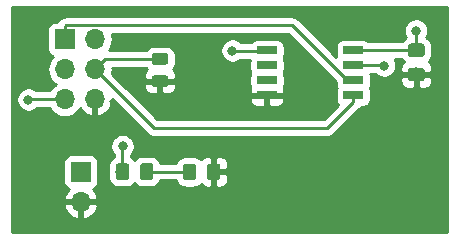
<source format=gbr>
G04 #@! TF.GenerationSoftware,KiCad,Pcbnew,(5.1.2)-1*
G04 #@! TF.CreationDate,2020-01-23T21:55:46-06:00*
G04 #@! TF.ProjectId,attiny-devboard,61747469-6e79-42d6-9465-76626f617264,rev?*
G04 #@! TF.SameCoordinates,Original*
G04 #@! TF.FileFunction,Copper,L1,Top*
G04 #@! TF.FilePolarity,Positive*
%FSLAX46Y46*%
G04 Gerber Fmt 4.6, Leading zero omitted, Abs format (unit mm)*
G04 Created by KiCad (PCBNEW (5.1.2)-1) date 2020-01-23 21:55:46*
%MOMM*%
%LPD*%
G04 APERTURE LIST*
%ADD10C,0.100000*%
%ADD11C,1.150000*%
%ADD12R,1.700000X0.650000*%
%ADD13R,1.700000X1.700000*%
%ADD14O,1.700000X1.700000*%
%ADD15C,0.975000*%
%ADD16C,0.800000*%
%ADD17C,0.250000*%
%ADD18C,0.254000*%
G04 APERTURE END LIST*
D10*
G36*
X144543305Y-82453504D02*
G01*
X144567573Y-82457104D01*
X144591372Y-82463065D01*
X144614471Y-82471330D01*
X144636650Y-82481820D01*
X144657693Y-82494432D01*
X144677399Y-82509047D01*
X144695577Y-82525523D01*
X144712053Y-82543701D01*
X144726668Y-82563407D01*
X144739280Y-82584450D01*
X144749770Y-82606629D01*
X144758035Y-82629728D01*
X144763996Y-82653527D01*
X144767596Y-82677795D01*
X144768800Y-82702299D01*
X144768800Y-83352301D01*
X144767596Y-83376805D01*
X144763996Y-83401073D01*
X144758035Y-83424872D01*
X144749770Y-83447971D01*
X144739280Y-83470150D01*
X144726668Y-83491193D01*
X144712053Y-83510899D01*
X144695577Y-83529077D01*
X144677399Y-83545553D01*
X144657693Y-83560168D01*
X144636650Y-83572780D01*
X144614471Y-83583270D01*
X144591372Y-83591535D01*
X144567573Y-83597496D01*
X144543305Y-83601096D01*
X144518801Y-83602300D01*
X143618799Y-83602300D01*
X143594295Y-83601096D01*
X143570027Y-83597496D01*
X143546228Y-83591535D01*
X143523129Y-83583270D01*
X143500950Y-83572780D01*
X143479907Y-83560168D01*
X143460201Y-83545553D01*
X143442023Y-83529077D01*
X143425547Y-83510899D01*
X143410932Y-83491193D01*
X143398320Y-83470150D01*
X143387830Y-83447971D01*
X143379565Y-83424872D01*
X143373604Y-83401073D01*
X143370004Y-83376805D01*
X143368800Y-83352301D01*
X143368800Y-82702299D01*
X143370004Y-82677795D01*
X143373604Y-82653527D01*
X143379565Y-82629728D01*
X143387830Y-82606629D01*
X143398320Y-82584450D01*
X143410932Y-82563407D01*
X143425547Y-82543701D01*
X143442023Y-82525523D01*
X143460201Y-82509047D01*
X143479907Y-82494432D01*
X143500950Y-82481820D01*
X143523129Y-82471330D01*
X143546228Y-82463065D01*
X143570027Y-82457104D01*
X143594295Y-82453504D01*
X143618799Y-82452300D01*
X144518801Y-82452300D01*
X144543305Y-82453504D01*
X144543305Y-82453504D01*
G37*
D11*
X144068800Y-83027300D03*
D10*
G36*
X144543305Y-84503504D02*
G01*
X144567573Y-84507104D01*
X144591372Y-84513065D01*
X144614471Y-84521330D01*
X144636650Y-84531820D01*
X144657693Y-84544432D01*
X144677399Y-84559047D01*
X144695577Y-84575523D01*
X144712053Y-84593701D01*
X144726668Y-84613407D01*
X144739280Y-84634450D01*
X144749770Y-84656629D01*
X144758035Y-84679728D01*
X144763996Y-84703527D01*
X144767596Y-84727795D01*
X144768800Y-84752299D01*
X144768800Y-85402301D01*
X144767596Y-85426805D01*
X144763996Y-85451073D01*
X144758035Y-85474872D01*
X144749770Y-85497971D01*
X144739280Y-85520150D01*
X144726668Y-85541193D01*
X144712053Y-85560899D01*
X144695577Y-85579077D01*
X144677399Y-85595553D01*
X144657693Y-85610168D01*
X144636650Y-85622780D01*
X144614471Y-85633270D01*
X144591372Y-85641535D01*
X144567573Y-85647496D01*
X144543305Y-85651096D01*
X144518801Y-85652300D01*
X143618799Y-85652300D01*
X143594295Y-85651096D01*
X143570027Y-85647496D01*
X143546228Y-85641535D01*
X143523129Y-85633270D01*
X143500950Y-85622780D01*
X143479907Y-85610168D01*
X143460201Y-85595553D01*
X143442023Y-85579077D01*
X143425547Y-85560899D01*
X143410932Y-85541193D01*
X143398320Y-85520150D01*
X143387830Y-85497971D01*
X143379565Y-85474872D01*
X143373604Y-85451073D01*
X143370004Y-85426805D01*
X143368800Y-85402301D01*
X143368800Y-84752299D01*
X143370004Y-84727795D01*
X143373604Y-84703527D01*
X143379565Y-84679728D01*
X143387830Y-84656629D01*
X143398320Y-84634450D01*
X143410932Y-84613407D01*
X143425547Y-84593701D01*
X143442023Y-84575523D01*
X143460201Y-84559047D01*
X143479907Y-84544432D01*
X143500950Y-84531820D01*
X143523129Y-84521330D01*
X143546228Y-84513065D01*
X143570027Y-84507104D01*
X143594295Y-84503504D01*
X143618799Y-84502300D01*
X144518801Y-84502300D01*
X144543305Y-84503504D01*
X144543305Y-84503504D01*
G37*
D11*
X144068800Y-85077300D03*
D10*
G36*
X127265905Y-92620804D02*
G01*
X127290173Y-92624404D01*
X127313972Y-92630365D01*
X127337071Y-92638630D01*
X127359250Y-92649120D01*
X127380293Y-92661732D01*
X127399999Y-92676347D01*
X127418177Y-92692823D01*
X127434653Y-92711001D01*
X127449268Y-92730707D01*
X127461880Y-92751750D01*
X127472370Y-92773929D01*
X127480635Y-92797028D01*
X127486596Y-92820827D01*
X127490196Y-92845095D01*
X127491400Y-92869599D01*
X127491400Y-93769601D01*
X127490196Y-93794105D01*
X127486596Y-93818373D01*
X127480635Y-93842172D01*
X127472370Y-93865271D01*
X127461880Y-93887450D01*
X127449268Y-93908493D01*
X127434653Y-93928199D01*
X127418177Y-93946377D01*
X127399999Y-93962853D01*
X127380293Y-93977468D01*
X127359250Y-93990080D01*
X127337071Y-94000570D01*
X127313972Y-94008835D01*
X127290173Y-94014796D01*
X127265905Y-94018396D01*
X127241401Y-94019600D01*
X126591399Y-94019600D01*
X126566895Y-94018396D01*
X126542627Y-94014796D01*
X126518828Y-94008835D01*
X126495729Y-94000570D01*
X126473550Y-93990080D01*
X126452507Y-93977468D01*
X126432801Y-93962853D01*
X126414623Y-93946377D01*
X126398147Y-93928199D01*
X126383532Y-93908493D01*
X126370920Y-93887450D01*
X126360430Y-93865271D01*
X126352165Y-93842172D01*
X126346204Y-93818373D01*
X126342604Y-93794105D01*
X126341400Y-93769601D01*
X126341400Y-92869599D01*
X126342604Y-92845095D01*
X126346204Y-92820827D01*
X126352165Y-92797028D01*
X126360430Y-92773929D01*
X126370920Y-92751750D01*
X126383532Y-92730707D01*
X126398147Y-92711001D01*
X126414623Y-92692823D01*
X126432801Y-92676347D01*
X126452507Y-92661732D01*
X126473550Y-92649120D01*
X126495729Y-92638630D01*
X126518828Y-92630365D01*
X126542627Y-92624404D01*
X126566895Y-92620804D01*
X126591399Y-92619600D01*
X127241401Y-92619600D01*
X127265905Y-92620804D01*
X127265905Y-92620804D01*
G37*
D11*
X126916400Y-93319600D03*
D10*
G36*
X125215905Y-92620804D02*
G01*
X125240173Y-92624404D01*
X125263972Y-92630365D01*
X125287071Y-92638630D01*
X125309250Y-92649120D01*
X125330293Y-92661732D01*
X125349999Y-92676347D01*
X125368177Y-92692823D01*
X125384653Y-92711001D01*
X125399268Y-92730707D01*
X125411880Y-92751750D01*
X125422370Y-92773929D01*
X125430635Y-92797028D01*
X125436596Y-92820827D01*
X125440196Y-92845095D01*
X125441400Y-92869599D01*
X125441400Y-93769601D01*
X125440196Y-93794105D01*
X125436596Y-93818373D01*
X125430635Y-93842172D01*
X125422370Y-93865271D01*
X125411880Y-93887450D01*
X125399268Y-93908493D01*
X125384653Y-93928199D01*
X125368177Y-93946377D01*
X125349999Y-93962853D01*
X125330293Y-93977468D01*
X125309250Y-93990080D01*
X125287071Y-94000570D01*
X125263972Y-94008835D01*
X125240173Y-94014796D01*
X125215905Y-94018396D01*
X125191401Y-94019600D01*
X124541399Y-94019600D01*
X124516895Y-94018396D01*
X124492627Y-94014796D01*
X124468828Y-94008835D01*
X124445729Y-94000570D01*
X124423550Y-93990080D01*
X124402507Y-93977468D01*
X124382801Y-93962853D01*
X124364623Y-93946377D01*
X124348147Y-93928199D01*
X124333532Y-93908493D01*
X124320920Y-93887450D01*
X124310430Y-93865271D01*
X124302165Y-93842172D01*
X124296204Y-93818373D01*
X124292604Y-93794105D01*
X124291400Y-93769601D01*
X124291400Y-92869599D01*
X124292604Y-92845095D01*
X124296204Y-92820827D01*
X124302165Y-92797028D01*
X124310430Y-92773929D01*
X124320920Y-92751750D01*
X124333532Y-92730707D01*
X124348147Y-92711001D01*
X124364623Y-92692823D01*
X124382801Y-92676347D01*
X124402507Y-92661732D01*
X124423550Y-92649120D01*
X124445729Y-92638630D01*
X124468828Y-92630365D01*
X124492627Y-92624404D01*
X124516895Y-92620804D01*
X124541399Y-92619600D01*
X125191401Y-92619600D01*
X125215905Y-92620804D01*
X125215905Y-92620804D01*
G37*
D11*
X124866400Y-93319600D03*
D10*
G36*
X121596405Y-92595404D02*
G01*
X121620673Y-92599004D01*
X121644472Y-92604965D01*
X121667571Y-92613230D01*
X121689750Y-92623720D01*
X121710793Y-92636332D01*
X121730499Y-92650947D01*
X121748677Y-92667423D01*
X121765153Y-92685601D01*
X121779768Y-92705307D01*
X121792380Y-92726350D01*
X121802870Y-92748529D01*
X121811135Y-92771628D01*
X121817096Y-92795427D01*
X121820696Y-92819695D01*
X121821900Y-92844199D01*
X121821900Y-93744201D01*
X121820696Y-93768705D01*
X121817096Y-93792973D01*
X121811135Y-93816772D01*
X121802870Y-93839871D01*
X121792380Y-93862050D01*
X121779768Y-93883093D01*
X121765153Y-93902799D01*
X121748677Y-93920977D01*
X121730499Y-93937453D01*
X121710793Y-93952068D01*
X121689750Y-93964680D01*
X121667571Y-93975170D01*
X121644472Y-93983435D01*
X121620673Y-93989396D01*
X121596405Y-93992996D01*
X121571901Y-93994200D01*
X120921899Y-93994200D01*
X120897395Y-93992996D01*
X120873127Y-93989396D01*
X120849328Y-93983435D01*
X120826229Y-93975170D01*
X120804050Y-93964680D01*
X120783007Y-93952068D01*
X120763301Y-93937453D01*
X120745123Y-93920977D01*
X120728647Y-93902799D01*
X120714032Y-93883093D01*
X120701420Y-93862050D01*
X120690930Y-93839871D01*
X120682665Y-93816772D01*
X120676704Y-93792973D01*
X120673104Y-93768705D01*
X120671900Y-93744201D01*
X120671900Y-92844199D01*
X120673104Y-92819695D01*
X120676704Y-92795427D01*
X120682665Y-92771628D01*
X120690930Y-92748529D01*
X120701420Y-92726350D01*
X120714032Y-92705307D01*
X120728647Y-92685601D01*
X120745123Y-92667423D01*
X120763301Y-92650947D01*
X120783007Y-92636332D01*
X120804050Y-92623720D01*
X120826229Y-92613230D01*
X120849328Y-92604965D01*
X120873127Y-92599004D01*
X120897395Y-92595404D01*
X120921899Y-92594200D01*
X121571901Y-92594200D01*
X121596405Y-92595404D01*
X121596405Y-92595404D01*
G37*
D11*
X121246900Y-93294200D03*
D10*
G36*
X119546405Y-92595404D02*
G01*
X119570673Y-92599004D01*
X119594472Y-92604965D01*
X119617571Y-92613230D01*
X119639750Y-92623720D01*
X119660793Y-92636332D01*
X119680499Y-92650947D01*
X119698677Y-92667423D01*
X119715153Y-92685601D01*
X119729768Y-92705307D01*
X119742380Y-92726350D01*
X119752870Y-92748529D01*
X119761135Y-92771628D01*
X119767096Y-92795427D01*
X119770696Y-92819695D01*
X119771900Y-92844199D01*
X119771900Y-93744201D01*
X119770696Y-93768705D01*
X119767096Y-93792973D01*
X119761135Y-93816772D01*
X119752870Y-93839871D01*
X119742380Y-93862050D01*
X119729768Y-93883093D01*
X119715153Y-93902799D01*
X119698677Y-93920977D01*
X119680499Y-93937453D01*
X119660793Y-93952068D01*
X119639750Y-93964680D01*
X119617571Y-93975170D01*
X119594472Y-93983435D01*
X119570673Y-93989396D01*
X119546405Y-93992996D01*
X119521901Y-93994200D01*
X118871899Y-93994200D01*
X118847395Y-93992996D01*
X118823127Y-93989396D01*
X118799328Y-93983435D01*
X118776229Y-93975170D01*
X118754050Y-93964680D01*
X118733007Y-93952068D01*
X118713301Y-93937453D01*
X118695123Y-93920977D01*
X118678647Y-93902799D01*
X118664032Y-93883093D01*
X118651420Y-93862050D01*
X118640930Y-93839871D01*
X118632665Y-93816772D01*
X118626704Y-93792973D01*
X118623104Y-93768705D01*
X118621900Y-93744201D01*
X118621900Y-92844199D01*
X118623104Y-92819695D01*
X118626704Y-92795427D01*
X118632665Y-92771628D01*
X118640930Y-92748529D01*
X118651420Y-92726350D01*
X118664032Y-92705307D01*
X118678647Y-92685601D01*
X118695123Y-92667423D01*
X118713301Y-92650947D01*
X118733007Y-92636332D01*
X118754050Y-92623720D01*
X118776229Y-92613230D01*
X118799328Y-92604965D01*
X118823127Y-92599004D01*
X118847395Y-92595404D01*
X118871899Y-92594200D01*
X119521901Y-92594200D01*
X119546405Y-92595404D01*
X119546405Y-92595404D01*
G37*
D11*
X119196900Y-93294200D03*
D12*
X131427200Y-83045300D03*
X131427200Y-84315300D03*
X131427200Y-85585300D03*
X131427200Y-86855300D03*
X138727200Y-86855300D03*
X138727200Y-85585300D03*
X138727200Y-84315300D03*
X138727200Y-83045300D03*
D13*
X115674140Y-93329760D03*
D14*
X115674140Y-95869760D03*
X116860320Y-87177880D03*
X114320320Y-87177880D03*
X116860320Y-84637880D03*
X114320320Y-84637880D03*
X116860320Y-82097880D03*
D13*
X114320320Y-82097880D03*
D10*
G36*
X122852262Y-85150014D02*
G01*
X122875923Y-85153524D01*
X122899127Y-85159336D01*
X122921649Y-85167394D01*
X122943273Y-85177622D01*
X122963790Y-85189919D01*
X122983003Y-85204169D01*
X123000727Y-85220233D01*
X123016791Y-85237957D01*
X123031041Y-85257170D01*
X123043338Y-85277687D01*
X123053566Y-85299311D01*
X123061624Y-85321833D01*
X123067436Y-85345037D01*
X123070946Y-85368698D01*
X123072120Y-85392590D01*
X123072120Y-85880090D01*
X123070946Y-85903982D01*
X123067436Y-85927643D01*
X123061624Y-85950847D01*
X123053566Y-85973369D01*
X123043338Y-85994993D01*
X123031041Y-86015510D01*
X123016791Y-86034723D01*
X123000727Y-86052447D01*
X122983003Y-86068511D01*
X122963790Y-86082761D01*
X122943273Y-86095058D01*
X122921649Y-86105286D01*
X122899127Y-86113344D01*
X122875923Y-86119156D01*
X122852262Y-86122666D01*
X122828370Y-86123840D01*
X121915870Y-86123840D01*
X121891978Y-86122666D01*
X121868317Y-86119156D01*
X121845113Y-86113344D01*
X121822591Y-86105286D01*
X121800967Y-86095058D01*
X121780450Y-86082761D01*
X121761237Y-86068511D01*
X121743513Y-86052447D01*
X121727449Y-86034723D01*
X121713199Y-86015510D01*
X121700902Y-85994993D01*
X121690674Y-85973369D01*
X121682616Y-85950847D01*
X121676804Y-85927643D01*
X121673294Y-85903982D01*
X121672120Y-85880090D01*
X121672120Y-85392590D01*
X121673294Y-85368698D01*
X121676804Y-85345037D01*
X121682616Y-85321833D01*
X121690674Y-85299311D01*
X121700902Y-85277687D01*
X121713199Y-85257170D01*
X121727449Y-85237957D01*
X121743513Y-85220233D01*
X121761237Y-85204169D01*
X121780450Y-85189919D01*
X121800967Y-85177622D01*
X121822591Y-85167394D01*
X121845113Y-85159336D01*
X121868317Y-85153524D01*
X121891978Y-85150014D01*
X121915870Y-85148840D01*
X122828370Y-85148840D01*
X122852262Y-85150014D01*
X122852262Y-85150014D01*
G37*
D15*
X122372120Y-85636340D03*
D10*
G36*
X122852262Y-83275014D02*
G01*
X122875923Y-83278524D01*
X122899127Y-83284336D01*
X122921649Y-83292394D01*
X122943273Y-83302622D01*
X122963790Y-83314919D01*
X122983003Y-83329169D01*
X123000727Y-83345233D01*
X123016791Y-83362957D01*
X123031041Y-83382170D01*
X123043338Y-83402687D01*
X123053566Y-83424311D01*
X123061624Y-83446833D01*
X123067436Y-83470037D01*
X123070946Y-83493698D01*
X123072120Y-83517590D01*
X123072120Y-84005090D01*
X123070946Y-84028982D01*
X123067436Y-84052643D01*
X123061624Y-84075847D01*
X123053566Y-84098369D01*
X123043338Y-84119993D01*
X123031041Y-84140510D01*
X123016791Y-84159723D01*
X123000727Y-84177447D01*
X122983003Y-84193511D01*
X122963790Y-84207761D01*
X122943273Y-84220058D01*
X122921649Y-84230286D01*
X122899127Y-84238344D01*
X122875923Y-84244156D01*
X122852262Y-84247666D01*
X122828370Y-84248840D01*
X121915870Y-84248840D01*
X121891978Y-84247666D01*
X121868317Y-84244156D01*
X121845113Y-84238344D01*
X121822591Y-84230286D01*
X121800967Y-84220058D01*
X121780450Y-84207761D01*
X121761237Y-84193511D01*
X121743513Y-84177447D01*
X121727449Y-84159723D01*
X121713199Y-84140510D01*
X121700902Y-84119993D01*
X121690674Y-84098369D01*
X121682616Y-84075847D01*
X121676804Y-84052643D01*
X121673294Y-84028982D01*
X121672120Y-84005090D01*
X121672120Y-83517590D01*
X121673294Y-83493698D01*
X121676804Y-83470037D01*
X121682616Y-83446833D01*
X121690674Y-83424311D01*
X121700902Y-83402687D01*
X121713199Y-83382170D01*
X121727449Y-83362957D01*
X121743513Y-83345233D01*
X121761237Y-83329169D01*
X121780450Y-83314919D01*
X121800967Y-83302622D01*
X121822591Y-83292394D01*
X121845113Y-83284336D01*
X121868317Y-83278524D01*
X121891978Y-83275014D01*
X121915870Y-83273840D01*
X122828370Y-83273840D01*
X122852262Y-83275014D01*
X122852262Y-83275014D01*
G37*
D15*
X122372120Y-83761340D03*
D16*
X144068800Y-81356200D03*
X119202200Y-91147900D03*
X128574800Y-91335860D03*
X128600200Y-87439500D03*
X141361160Y-84320380D03*
X111236760Y-87208360D03*
X128506220Y-83055460D03*
D17*
X144068800Y-83027300D02*
X144068800Y-81356200D01*
X138745200Y-83027300D02*
X138727200Y-83045300D01*
X144068800Y-83027300D02*
X138745200Y-83027300D01*
X119196900Y-93294200D02*
X119196900Y-91153200D01*
X119196900Y-91153200D02*
X119202200Y-91147900D01*
X124841000Y-93294200D02*
X124866400Y-93319600D01*
X121246900Y-93294200D02*
X124841000Y-93294200D01*
X138202200Y-85585300D02*
X138727200Y-85585300D01*
X133539779Y-80922879D02*
X138202200Y-85585300D01*
X114395321Y-80922879D02*
X133539779Y-80922879D01*
X114320320Y-80997880D02*
X114395321Y-80922879D01*
X114320320Y-82097880D02*
X114320320Y-80997880D01*
X138727200Y-84315300D02*
X141356080Y-84315300D01*
X141356080Y-84315300D02*
X141361160Y-84320380D01*
X138727200Y-86855300D02*
X138202200Y-86855300D01*
X138727200Y-87430300D02*
X136546300Y-89611200D01*
X138727200Y-86855300D02*
X138727200Y-87430300D01*
X121833640Y-89611200D02*
X116860320Y-84637880D01*
X136546300Y-89611200D02*
X121833640Y-89611200D01*
X117736860Y-83761340D02*
X116860320Y-84637880D01*
X122372120Y-83761340D02*
X117736860Y-83761340D01*
X114320320Y-87177880D02*
X111267240Y-87177880D01*
X111267240Y-87177880D02*
X111236760Y-87208360D01*
X131417040Y-83055460D02*
X131427200Y-83045300D01*
X128506220Y-83055460D02*
X131417040Y-83055460D01*
D18*
G36*
X146660001Y-98400000D02*
G01*
X109880000Y-98400000D01*
X109880000Y-96226650D01*
X114232664Y-96226650D01*
X114277315Y-96373859D01*
X114402499Y-96636680D01*
X114576552Y-96870029D01*
X114792785Y-97064938D01*
X115042888Y-97213917D01*
X115317249Y-97311241D01*
X115547140Y-97190574D01*
X115547140Y-95996760D01*
X115801140Y-95996760D01*
X115801140Y-97190574D01*
X116031031Y-97311241D01*
X116305392Y-97213917D01*
X116555495Y-97064938D01*
X116771728Y-96870029D01*
X116945781Y-96636680D01*
X117070965Y-96373859D01*
X117115616Y-96226650D01*
X116994295Y-95996760D01*
X115801140Y-95996760D01*
X115547140Y-95996760D01*
X114353985Y-95996760D01*
X114232664Y-96226650D01*
X109880000Y-96226650D01*
X109880000Y-92479760D01*
X114186068Y-92479760D01*
X114186068Y-94179760D01*
X114198328Y-94304242D01*
X114234638Y-94423940D01*
X114293603Y-94534254D01*
X114372955Y-94630945D01*
X114469646Y-94710297D01*
X114579960Y-94769262D01*
X114660606Y-94793726D01*
X114576552Y-94869491D01*
X114402499Y-95102840D01*
X114277315Y-95365661D01*
X114232664Y-95512870D01*
X114353985Y-95742760D01*
X115547140Y-95742760D01*
X115547140Y-95722760D01*
X115801140Y-95722760D01*
X115801140Y-95742760D01*
X116994295Y-95742760D01*
X117115616Y-95512870D01*
X117070965Y-95365661D01*
X116945781Y-95102840D01*
X116771728Y-94869491D01*
X116687674Y-94793726D01*
X116768320Y-94769262D01*
X116878634Y-94710297D01*
X116975325Y-94630945D01*
X117054677Y-94534254D01*
X117113642Y-94423940D01*
X117149952Y-94304242D01*
X117162212Y-94179760D01*
X117162212Y-92844199D01*
X117983828Y-92844199D01*
X117983828Y-93744201D01*
X118000892Y-93917455D01*
X118051428Y-94084051D01*
X118133495Y-94237587D01*
X118243938Y-94372162D01*
X118378513Y-94482605D01*
X118532049Y-94564672D01*
X118698645Y-94615208D01*
X118871899Y-94632272D01*
X119521901Y-94632272D01*
X119695155Y-94615208D01*
X119861751Y-94564672D01*
X120015287Y-94482605D01*
X120149862Y-94372162D01*
X120221900Y-94284384D01*
X120293938Y-94372162D01*
X120428513Y-94482605D01*
X120582049Y-94564672D01*
X120748645Y-94615208D01*
X120921899Y-94632272D01*
X121571901Y-94632272D01*
X121745155Y-94615208D01*
X121911751Y-94564672D01*
X122065287Y-94482605D01*
X122199862Y-94372162D01*
X122310305Y-94237587D01*
X122392372Y-94084051D01*
X122401427Y-94054200D01*
X123704168Y-94054200D01*
X123720928Y-94109451D01*
X123802995Y-94262987D01*
X123913438Y-94397562D01*
X124048013Y-94508005D01*
X124201549Y-94590072D01*
X124368145Y-94640608D01*
X124541399Y-94657672D01*
X125191401Y-94657672D01*
X125364655Y-94640608D01*
X125531251Y-94590072D01*
X125684787Y-94508005D01*
X125819362Y-94397562D01*
X125824742Y-94391006D01*
X125890215Y-94470785D01*
X125986906Y-94550137D01*
X126097220Y-94609102D01*
X126216918Y-94645412D01*
X126341400Y-94657672D01*
X126630650Y-94654600D01*
X126789400Y-94495850D01*
X126789400Y-93446600D01*
X127043400Y-93446600D01*
X127043400Y-94495850D01*
X127202150Y-94654600D01*
X127491400Y-94657672D01*
X127615882Y-94645412D01*
X127735580Y-94609102D01*
X127845894Y-94550137D01*
X127942585Y-94470785D01*
X128021937Y-94374094D01*
X128080902Y-94263780D01*
X128117212Y-94144082D01*
X128129472Y-94019600D01*
X128126400Y-93605350D01*
X127967650Y-93446600D01*
X127043400Y-93446600D01*
X126789400Y-93446600D01*
X126769400Y-93446600D01*
X126769400Y-93192600D01*
X126789400Y-93192600D01*
X126789400Y-92143350D01*
X127043400Y-92143350D01*
X127043400Y-93192600D01*
X127967650Y-93192600D01*
X128126400Y-93033850D01*
X128129472Y-92619600D01*
X128117212Y-92495118D01*
X128080902Y-92375420D01*
X128021937Y-92265106D01*
X127942585Y-92168415D01*
X127845894Y-92089063D01*
X127735580Y-92030098D01*
X127615882Y-91993788D01*
X127491400Y-91981528D01*
X127202150Y-91984600D01*
X127043400Y-92143350D01*
X126789400Y-92143350D01*
X126630650Y-91984600D01*
X126341400Y-91981528D01*
X126216918Y-91993788D01*
X126097220Y-92030098D01*
X125986906Y-92089063D01*
X125890215Y-92168415D01*
X125824742Y-92248194D01*
X125819362Y-92241638D01*
X125684787Y-92131195D01*
X125531251Y-92049128D01*
X125364655Y-91998592D01*
X125191401Y-91981528D01*
X124541399Y-91981528D01*
X124368145Y-91998592D01*
X124201549Y-92049128D01*
X124048013Y-92131195D01*
X123913438Y-92241638D01*
X123802995Y-92376213D01*
X123720928Y-92529749D01*
X123719578Y-92534200D01*
X122401427Y-92534200D01*
X122392372Y-92504349D01*
X122310305Y-92350813D01*
X122199862Y-92216238D01*
X122065287Y-92105795D01*
X121911751Y-92023728D01*
X121745155Y-91973192D01*
X121571901Y-91956128D01*
X120921899Y-91956128D01*
X120748645Y-91973192D01*
X120582049Y-92023728D01*
X120428513Y-92105795D01*
X120293938Y-92216238D01*
X120221900Y-92304016D01*
X120149862Y-92216238D01*
X120015287Y-92105795D01*
X119956900Y-92074586D01*
X119956900Y-91856911D01*
X120006137Y-91807674D01*
X120119405Y-91638156D01*
X120197426Y-91449798D01*
X120237200Y-91249839D01*
X120237200Y-91045961D01*
X120197426Y-90846002D01*
X120119405Y-90657644D01*
X120006137Y-90488126D01*
X119861974Y-90343963D01*
X119692456Y-90230695D01*
X119504098Y-90152674D01*
X119304139Y-90112900D01*
X119100261Y-90112900D01*
X118900302Y-90152674D01*
X118711944Y-90230695D01*
X118542426Y-90343963D01*
X118398263Y-90488126D01*
X118284995Y-90657644D01*
X118206974Y-90846002D01*
X118167200Y-91045961D01*
X118167200Y-91249839D01*
X118206974Y-91449798D01*
X118284995Y-91638156D01*
X118398263Y-91807674D01*
X118436901Y-91846312D01*
X118436901Y-92074586D01*
X118378513Y-92105795D01*
X118243938Y-92216238D01*
X118133495Y-92350813D01*
X118051428Y-92504349D01*
X118000892Y-92670945D01*
X117983828Y-92844199D01*
X117162212Y-92844199D01*
X117162212Y-92479760D01*
X117149952Y-92355278D01*
X117113642Y-92235580D01*
X117054677Y-92125266D01*
X116975325Y-92028575D01*
X116878634Y-91949223D01*
X116768320Y-91890258D01*
X116648622Y-91853948D01*
X116524140Y-91841688D01*
X114824140Y-91841688D01*
X114699658Y-91853948D01*
X114579960Y-91890258D01*
X114469646Y-91949223D01*
X114372955Y-92028575D01*
X114293603Y-92125266D01*
X114234638Y-92235580D01*
X114198328Y-92355278D01*
X114186068Y-92479760D01*
X109880000Y-92479760D01*
X109880000Y-87106421D01*
X110201760Y-87106421D01*
X110201760Y-87310299D01*
X110241534Y-87510258D01*
X110319555Y-87698616D01*
X110432823Y-87868134D01*
X110576986Y-88012297D01*
X110746504Y-88125565D01*
X110934862Y-88203586D01*
X111134821Y-88243360D01*
X111338699Y-88243360D01*
X111538658Y-88203586D01*
X111727016Y-88125565D01*
X111896534Y-88012297D01*
X111970951Y-87937880D01*
X113042725Y-87937880D01*
X113079614Y-88006894D01*
X113265186Y-88233014D01*
X113491306Y-88418586D01*
X113749286Y-88556479D01*
X114029209Y-88641393D01*
X114247370Y-88662880D01*
X114393270Y-88662880D01*
X114611431Y-88641393D01*
X114891354Y-88556479D01*
X115149334Y-88418586D01*
X115375454Y-88233014D01*
X115561026Y-88006894D01*
X115591904Y-87949124D01*
X115762732Y-88178149D01*
X115978965Y-88373058D01*
X116229068Y-88522037D01*
X116503429Y-88619361D01*
X116733320Y-88498694D01*
X116733320Y-87304880D01*
X116713320Y-87304880D01*
X116713320Y-87050880D01*
X116733320Y-87050880D01*
X116733320Y-87030880D01*
X116987320Y-87030880D01*
X116987320Y-87050880D01*
X117007320Y-87050880D01*
X117007320Y-87304880D01*
X116987320Y-87304880D01*
X116987320Y-88498694D01*
X117217211Y-88619361D01*
X117491572Y-88522037D01*
X117741675Y-88373058D01*
X117957908Y-88178149D01*
X118131961Y-87944800D01*
X118257145Y-87681979D01*
X118301796Y-87534770D01*
X118180476Y-87304882D01*
X118345320Y-87304882D01*
X118345320Y-87197681D01*
X121269841Y-90122203D01*
X121293639Y-90151201D01*
X121322637Y-90174999D01*
X121409364Y-90246174D01*
X121541393Y-90316746D01*
X121684654Y-90360203D01*
X121833640Y-90374877D01*
X121870973Y-90371200D01*
X136508978Y-90371200D01*
X136546300Y-90374876D01*
X136583622Y-90371200D01*
X136583633Y-90371200D01*
X136695286Y-90360203D01*
X136838547Y-90316746D01*
X136970576Y-90246174D01*
X137086301Y-90151201D01*
X137110104Y-90122197D01*
X139238203Y-87994099D01*
X139267201Y-87970301D01*
X139362174Y-87854576D01*
X139381526Y-87818372D01*
X139577200Y-87818372D01*
X139701682Y-87806112D01*
X139821380Y-87769802D01*
X139931694Y-87710837D01*
X140028385Y-87631485D01*
X140107737Y-87534794D01*
X140166702Y-87424480D01*
X140203012Y-87304782D01*
X140215272Y-87180300D01*
X140215272Y-86530300D01*
X140203012Y-86405818D01*
X140166702Y-86286120D01*
X140131520Y-86220300D01*
X140166702Y-86154480D01*
X140203012Y-86034782D01*
X140215272Y-85910300D01*
X140215272Y-85652300D01*
X142730728Y-85652300D01*
X142742988Y-85776782D01*
X142779298Y-85896480D01*
X142838263Y-86006794D01*
X142917615Y-86103485D01*
X143014306Y-86182837D01*
X143124620Y-86241802D01*
X143244318Y-86278112D01*
X143368800Y-86290372D01*
X143783050Y-86287300D01*
X143941800Y-86128550D01*
X143941800Y-85204300D01*
X144195800Y-85204300D01*
X144195800Y-86128550D01*
X144354550Y-86287300D01*
X144768800Y-86290372D01*
X144893282Y-86278112D01*
X145012980Y-86241802D01*
X145123294Y-86182837D01*
X145219985Y-86103485D01*
X145299337Y-86006794D01*
X145358302Y-85896480D01*
X145394612Y-85776782D01*
X145406872Y-85652300D01*
X145403800Y-85363050D01*
X145245050Y-85204300D01*
X144195800Y-85204300D01*
X143941800Y-85204300D01*
X142892550Y-85204300D01*
X142733800Y-85363050D01*
X142730728Y-85652300D01*
X140215272Y-85652300D01*
X140215272Y-85260300D01*
X140203012Y-85135818D01*
X140184654Y-85075300D01*
X140652369Y-85075300D01*
X140701386Y-85124317D01*
X140870904Y-85237585D01*
X141059262Y-85315606D01*
X141259221Y-85355380D01*
X141463099Y-85355380D01*
X141663058Y-85315606D01*
X141851416Y-85237585D01*
X142020934Y-85124317D01*
X142165097Y-84980154D01*
X142278365Y-84810636D01*
X142356386Y-84622278D01*
X142396160Y-84422319D01*
X142396160Y-84218441D01*
X142356386Y-84018482D01*
X142278365Y-83830124D01*
X142249751Y-83787300D01*
X142849186Y-83787300D01*
X142880395Y-83845687D01*
X142990838Y-83980262D01*
X142997394Y-83985642D01*
X142917615Y-84051115D01*
X142838263Y-84147806D01*
X142779298Y-84258120D01*
X142742988Y-84377818D01*
X142730728Y-84502300D01*
X142733800Y-84791550D01*
X142892550Y-84950300D01*
X143941800Y-84950300D01*
X143941800Y-84930300D01*
X144195800Y-84930300D01*
X144195800Y-84950300D01*
X145245050Y-84950300D01*
X145403800Y-84791550D01*
X145406872Y-84502300D01*
X145394612Y-84377818D01*
X145358302Y-84258120D01*
X145299337Y-84147806D01*
X145219985Y-84051115D01*
X145140206Y-83985642D01*
X145146762Y-83980262D01*
X145257205Y-83845687D01*
X145339272Y-83692151D01*
X145389808Y-83525555D01*
X145406872Y-83352301D01*
X145406872Y-82702299D01*
X145389808Y-82529045D01*
X145339272Y-82362449D01*
X145257205Y-82208913D01*
X145146762Y-82074338D01*
X145012187Y-81963895D01*
X144935075Y-81922678D01*
X144986005Y-81846456D01*
X145064026Y-81658098D01*
X145103800Y-81458139D01*
X145103800Y-81254261D01*
X145064026Y-81054302D01*
X144986005Y-80865944D01*
X144872737Y-80696426D01*
X144728574Y-80552263D01*
X144559056Y-80438995D01*
X144370698Y-80360974D01*
X144170739Y-80321200D01*
X143966861Y-80321200D01*
X143766902Y-80360974D01*
X143578544Y-80438995D01*
X143409026Y-80552263D01*
X143264863Y-80696426D01*
X143151595Y-80865944D01*
X143073574Y-81054302D01*
X143033800Y-81254261D01*
X143033800Y-81458139D01*
X143073574Y-81658098D01*
X143151595Y-81846456D01*
X143202525Y-81922678D01*
X143125413Y-81963895D01*
X142990838Y-82074338D01*
X142880395Y-82208913D01*
X142849186Y-82267300D01*
X140026173Y-82267300D01*
X139931694Y-82189763D01*
X139821380Y-82130798D01*
X139701682Y-82094488D01*
X139577200Y-82082228D01*
X137877200Y-82082228D01*
X137752718Y-82094488D01*
X137633020Y-82130798D01*
X137522706Y-82189763D01*
X137426015Y-82269115D01*
X137346663Y-82365806D01*
X137287698Y-82476120D01*
X137251388Y-82595818D01*
X137239128Y-82720300D01*
X137239128Y-83370300D01*
X137251388Y-83494782D01*
X137279650Y-83587948D01*
X134103583Y-80411882D01*
X134079780Y-80382878D01*
X133964055Y-80287905D01*
X133832026Y-80217333D01*
X133688765Y-80173876D01*
X133577112Y-80162879D01*
X133577101Y-80162879D01*
X133539779Y-80159203D01*
X133502457Y-80162879D01*
X114432643Y-80162879D01*
X114395320Y-80159203D01*
X114357998Y-80162879D01*
X114357988Y-80162879D01*
X114246335Y-80173876D01*
X114103074Y-80217333D01*
X113971045Y-80287905D01*
X113855320Y-80382878D01*
X113831520Y-80411878D01*
X113809316Y-80434083D01*
X113780320Y-80457879D01*
X113756522Y-80486877D01*
X113756521Y-80486878D01*
X113685346Y-80573604D01*
X113665994Y-80609808D01*
X113470320Y-80609808D01*
X113345838Y-80622068D01*
X113226140Y-80658378D01*
X113115826Y-80717343D01*
X113019135Y-80796695D01*
X112939783Y-80893386D01*
X112880818Y-81003700D01*
X112844508Y-81123398D01*
X112832248Y-81247880D01*
X112832248Y-82947880D01*
X112844508Y-83072362D01*
X112880818Y-83192060D01*
X112939783Y-83302374D01*
X113019135Y-83399065D01*
X113115826Y-83478417D01*
X113226140Y-83537382D01*
X113295007Y-83558273D01*
X113265186Y-83582746D01*
X113079614Y-83808866D01*
X112941721Y-84066846D01*
X112856807Y-84346769D01*
X112828135Y-84637880D01*
X112856807Y-84928991D01*
X112941721Y-85208914D01*
X113079614Y-85466894D01*
X113265186Y-85693014D01*
X113491306Y-85878586D01*
X113546111Y-85907880D01*
X113491306Y-85937174D01*
X113265186Y-86122746D01*
X113079614Y-86348866D01*
X113042725Y-86417880D01*
X111909991Y-86417880D01*
X111896534Y-86404423D01*
X111727016Y-86291155D01*
X111538658Y-86213134D01*
X111338699Y-86173360D01*
X111134821Y-86173360D01*
X110934862Y-86213134D01*
X110746504Y-86291155D01*
X110576986Y-86404423D01*
X110432823Y-86548586D01*
X110319555Y-86718104D01*
X110241534Y-86906462D01*
X110201760Y-87106421D01*
X109880000Y-87106421D01*
X109880000Y-79400000D01*
X146660000Y-79400000D01*
X146660001Y-98400000D01*
X146660001Y-98400000D01*
G37*
X146660001Y-98400000D02*
X109880000Y-98400000D01*
X109880000Y-96226650D01*
X114232664Y-96226650D01*
X114277315Y-96373859D01*
X114402499Y-96636680D01*
X114576552Y-96870029D01*
X114792785Y-97064938D01*
X115042888Y-97213917D01*
X115317249Y-97311241D01*
X115547140Y-97190574D01*
X115547140Y-95996760D01*
X115801140Y-95996760D01*
X115801140Y-97190574D01*
X116031031Y-97311241D01*
X116305392Y-97213917D01*
X116555495Y-97064938D01*
X116771728Y-96870029D01*
X116945781Y-96636680D01*
X117070965Y-96373859D01*
X117115616Y-96226650D01*
X116994295Y-95996760D01*
X115801140Y-95996760D01*
X115547140Y-95996760D01*
X114353985Y-95996760D01*
X114232664Y-96226650D01*
X109880000Y-96226650D01*
X109880000Y-92479760D01*
X114186068Y-92479760D01*
X114186068Y-94179760D01*
X114198328Y-94304242D01*
X114234638Y-94423940D01*
X114293603Y-94534254D01*
X114372955Y-94630945D01*
X114469646Y-94710297D01*
X114579960Y-94769262D01*
X114660606Y-94793726D01*
X114576552Y-94869491D01*
X114402499Y-95102840D01*
X114277315Y-95365661D01*
X114232664Y-95512870D01*
X114353985Y-95742760D01*
X115547140Y-95742760D01*
X115547140Y-95722760D01*
X115801140Y-95722760D01*
X115801140Y-95742760D01*
X116994295Y-95742760D01*
X117115616Y-95512870D01*
X117070965Y-95365661D01*
X116945781Y-95102840D01*
X116771728Y-94869491D01*
X116687674Y-94793726D01*
X116768320Y-94769262D01*
X116878634Y-94710297D01*
X116975325Y-94630945D01*
X117054677Y-94534254D01*
X117113642Y-94423940D01*
X117149952Y-94304242D01*
X117162212Y-94179760D01*
X117162212Y-92844199D01*
X117983828Y-92844199D01*
X117983828Y-93744201D01*
X118000892Y-93917455D01*
X118051428Y-94084051D01*
X118133495Y-94237587D01*
X118243938Y-94372162D01*
X118378513Y-94482605D01*
X118532049Y-94564672D01*
X118698645Y-94615208D01*
X118871899Y-94632272D01*
X119521901Y-94632272D01*
X119695155Y-94615208D01*
X119861751Y-94564672D01*
X120015287Y-94482605D01*
X120149862Y-94372162D01*
X120221900Y-94284384D01*
X120293938Y-94372162D01*
X120428513Y-94482605D01*
X120582049Y-94564672D01*
X120748645Y-94615208D01*
X120921899Y-94632272D01*
X121571901Y-94632272D01*
X121745155Y-94615208D01*
X121911751Y-94564672D01*
X122065287Y-94482605D01*
X122199862Y-94372162D01*
X122310305Y-94237587D01*
X122392372Y-94084051D01*
X122401427Y-94054200D01*
X123704168Y-94054200D01*
X123720928Y-94109451D01*
X123802995Y-94262987D01*
X123913438Y-94397562D01*
X124048013Y-94508005D01*
X124201549Y-94590072D01*
X124368145Y-94640608D01*
X124541399Y-94657672D01*
X125191401Y-94657672D01*
X125364655Y-94640608D01*
X125531251Y-94590072D01*
X125684787Y-94508005D01*
X125819362Y-94397562D01*
X125824742Y-94391006D01*
X125890215Y-94470785D01*
X125986906Y-94550137D01*
X126097220Y-94609102D01*
X126216918Y-94645412D01*
X126341400Y-94657672D01*
X126630650Y-94654600D01*
X126789400Y-94495850D01*
X126789400Y-93446600D01*
X127043400Y-93446600D01*
X127043400Y-94495850D01*
X127202150Y-94654600D01*
X127491400Y-94657672D01*
X127615882Y-94645412D01*
X127735580Y-94609102D01*
X127845894Y-94550137D01*
X127942585Y-94470785D01*
X128021937Y-94374094D01*
X128080902Y-94263780D01*
X128117212Y-94144082D01*
X128129472Y-94019600D01*
X128126400Y-93605350D01*
X127967650Y-93446600D01*
X127043400Y-93446600D01*
X126789400Y-93446600D01*
X126769400Y-93446600D01*
X126769400Y-93192600D01*
X126789400Y-93192600D01*
X126789400Y-92143350D01*
X127043400Y-92143350D01*
X127043400Y-93192600D01*
X127967650Y-93192600D01*
X128126400Y-93033850D01*
X128129472Y-92619600D01*
X128117212Y-92495118D01*
X128080902Y-92375420D01*
X128021937Y-92265106D01*
X127942585Y-92168415D01*
X127845894Y-92089063D01*
X127735580Y-92030098D01*
X127615882Y-91993788D01*
X127491400Y-91981528D01*
X127202150Y-91984600D01*
X127043400Y-92143350D01*
X126789400Y-92143350D01*
X126630650Y-91984600D01*
X126341400Y-91981528D01*
X126216918Y-91993788D01*
X126097220Y-92030098D01*
X125986906Y-92089063D01*
X125890215Y-92168415D01*
X125824742Y-92248194D01*
X125819362Y-92241638D01*
X125684787Y-92131195D01*
X125531251Y-92049128D01*
X125364655Y-91998592D01*
X125191401Y-91981528D01*
X124541399Y-91981528D01*
X124368145Y-91998592D01*
X124201549Y-92049128D01*
X124048013Y-92131195D01*
X123913438Y-92241638D01*
X123802995Y-92376213D01*
X123720928Y-92529749D01*
X123719578Y-92534200D01*
X122401427Y-92534200D01*
X122392372Y-92504349D01*
X122310305Y-92350813D01*
X122199862Y-92216238D01*
X122065287Y-92105795D01*
X121911751Y-92023728D01*
X121745155Y-91973192D01*
X121571901Y-91956128D01*
X120921899Y-91956128D01*
X120748645Y-91973192D01*
X120582049Y-92023728D01*
X120428513Y-92105795D01*
X120293938Y-92216238D01*
X120221900Y-92304016D01*
X120149862Y-92216238D01*
X120015287Y-92105795D01*
X119956900Y-92074586D01*
X119956900Y-91856911D01*
X120006137Y-91807674D01*
X120119405Y-91638156D01*
X120197426Y-91449798D01*
X120237200Y-91249839D01*
X120237200Y-91045961D01*
X120197426Y-90846002D01*
X120119405Y-90657644D01*
X120006137Y-90488126D01*
X119861974Y-90343963D01*
X119692456Y-90230695D01*
X119504098Y-90152674D01*
X119304139Y-90112900D01*
X119100261Y-90112900D01*
X118900302Y-90152674D01*
X118711944Y-90230695D01*
X118542426Y-90343963D01*
X118398263Y-90488126D01*
X118284995Y-90657644D01*
X118206974Y-90846002D01*
X118167200Y-91045961D01*
X118167200Y-91249839D01*
X118206974Y-91449798D01*
X118284995Y-91638156D01*
X118398263Y-91807674D01*
X118436901Y-91846312D01*
X118436901Y-92074586D01*
X118378513Y-92105795D01*
X118243938Y-92216238D01*
X118133495Y-92350813D01*
X118051428Y-92504349D01*
X118000892Y-92670945D01*
X117983828Y-92844199D01*
X117162212Y-92844199D01*
X117162212Y-92479760D01*
X117149952Y-92355278D01*
X117113642Y-92235580D01*
X117054677Y-92125266D01*
X116975325Y-92028575D01*
X116878634Y-91949223D01*
X116768320Y-91890258D01*
X116648622Y-91853948D01*
X116524140Y-91841688D01*
X114824140Y-91841688D01*
X114699658Y-91853948D01*
X114579960Y-91890258D01*
X114469646Y-91949223D01*
X114372955Y-92028575D01*
X114293603Y-92125266D01*
X114234638Y-92235580D01*
X114198328Y-92355278D01*
X114186068Y-92479760D01*
X109880000Y-92479760D01*
X109880000Y-87106421D01*
X110201760Y-87106421D01*
X110201760Y-87310299D01*
X110241534Y-87510258D01*
X110319555Y-87698616D01*
X110432823Y-87868134D01*
X110576986Y-88012297D01*
X110746504Y-88125565D01*
X110934862Y-88203586D01*
X111134821Y-88243360D01*
X111338699Y-88243360D01*
X111538658Y-88203586D01*
X111727016Y-88125565D01*
X111896534Y-88012297D01*
X111970951Y-87937880D01*
X113042725Y-87937880D01*
X113079614Y-88006894D01*
X113265186Y-88233014D01*
X113491306Y-88418586D01*
X113749286Y-88556479D01*
X114029209Y-88641393D01*
X114247370Y-88662880D01*
X114393270Y-88662880D01*
X114611431Y-88641393D01*
X114891354Y-88556479D01*
X115149334Y-88418586D01*
X115375454Y-88233014D01*
X115561026Y-88006894D01*
X115591904Y-87949124D01*
X115762732Y-88178149D01*
X115978965Y-88373058D01*
X116229068Y-88522037D01*
X116503429Y-88619361D01*
X116733320Y-88498694D01*
X116733320Y-87304880D01*
X116713320Y-87304880D01*
X116713320Y-87050880D01*
X116733320Y-87050880D01*
X116733320Y-87030880D01*
X116987320Y-87030880D01*
X116987320Y-87050880D01*
X117007320Y-87050880D01*
X117007320Y-87304880D01*
X116987320Y-87304880D01*
X116987320Y-88498694D01*
X117217211Y-88619361D01*
X117491572Y-88522037D01*
X117741675Y-88373058D01*
X117957908Y-88178149D01*
X118131961Y-87944800D01*
X118257145Y-87681979D01*
X118301796Y-87534770D01*
X118180476Y-87304882D01*
X118345320Y-87304882D01*
X118345320Y-87197681D01*
X121269841Y-90122203D01*
X121293639Y-90151201D01*
X121322637Y-90174999D01*
X121409364Y-90246174D01*
X121541393Y-90316746D01*
X121684654Y-90360203D01*
X121833640Y-90374877D01*
X121870973Y-90371200D01*
X136508978Y-90371200D01*
X136546300Y-90374876D01*
X136583622Y-90371200D01*
X136583633Y-90371200D01*
X136695286Y-90360203D01*
X136838547Y-90316746D01*
X136970576Y-90246174D01*
X137086301Y-90151201D01*
X137110104Y-90122197D01*
X139238203Y-87994099D01*
X139267201Y-87970301D01*
X139362174Y-87854576D01*
X139381526Y-87818372D01*
X139577200Y-87818372D01*
X139701682Y-87806112D01*
X139821380Y-87769802D01*
X139931694Y-87710837D01*
X140028385Y-87631485D01*
X140107737Y-87534794D01*
X140166702Y-87424480D01*
X140203012Y-87304782D01*
X140215272Y-87180300D01*
X140215272Y-86530300D01*
X140203012Y-86405818D01*
X140166702Y-86286120D01*
X140131520Y-86220300D01*
X140166702Y-86154480D01*
X140203012Y-86034782D01*
X140215272Y-85910300D01*
X140215272Y-85652300D01*
X142730728Y-85652300D01*
X142742988Y-85776782D01*
X142779298Y-85896480D01*
X142838263Y-86006794D01*
X142917615Y-86103485D01*
X143014306Y-86182837D01*
X143124620Y-86241802D01*
X143244318Y-86278112D01*
X143368800Y-86290372D01*
X143783050Y-86287300D01*
X143941800Y-86128550D01*
X143941800Y-85204300D01*
X144195800Y-85204300D01*
X144195800Y-86128550D01*
X144354550Y-86287300D01*
X144768800Y-86290372D01*
X144893282Y-86278112D01*
X145012980Y-86241802D01*
X145123294Y-86182837D01*
X145219985Y-86103485D01*
X145299337Y-86006794D01*
X145358302Y-85896480D01*
X145394612Y-85776782D01*
X145406872Y-85652300D01*
X145403800Y-85363050D01*
X145245050Y-85204300D01*
X144195800Y-85204300D01*
X143941800Y-85204300D01*
X142892550Y-85204300D01*
X142733800Y-85363050D01*
X142730728Y-85652300D01*
X140215272Y-85652300D01*
X140215272Y-85260300D01*
X140203012Y-85135818D01*
X140184654Y-85075300D01*
X140652369Y-85075300D01*
X140701386Y-85124317D01*
X140870904Y-85237585D01*
X141059262Y-85315606D01*
X141259221Y-85355380D01*
X141463099Y-85355380D01*
X141663058Y-85315606D01*
X141851416Y-85237585D01*
X142020934Y-85124317D01*
X142165097Y-84980154D01*
X142278365Y-84810636D01*
X142356386Y-84622278D01*
X142396160Y-84422319D01*
X142396160Y-84218441D01*
X142356386Y-84018482D01*
X142278365Y-83830124D01*
X142249751Y-83787300D01*
X142849186Y-83787300D01*
X142880395Y-83845687D01*
X142990838Y-83980262D01*
X142997394Y-83985642D01*
X142917615Y-84051115D01*
X142838263Y-84147806D01*
X142779298Y-84258120D01*
X142742988Y-84377818D01*
X142730728Y-84502300D01*
X142733800Y-84791550D01*
X142892550Y-84950300D01*
X143941800Y-84950300D01*
X143941800Y-84930300D01*
X144195800Y-84930300D01*
X144195800Y-84950300D01*
X145245050Y-84950300D01*
X145403800Y-84791550D01*
X145406872Y-84502300D01*
X145394612Y-84377818D01*
X145358302Y-84258120D01*
X145299337Y-84147806D01*
X145219985Y-84051115D01*
X145140206Y-83985642D01*
X145146762Y-83980262D01*
X145257205Y-83845687D01*
X145339272Y-83692151D01*
X145389808Y-83525555D01*
X145406872Y-83352301D01*
X145406872Y-82702299D01*
X145389808Y-82529045D01*
X145339272Y-82362449D01*
X145257205Y-82208913D01*
X145146762Y-82074338D01*
X145012187Y-81963895D01*
X144935075Y-81922678D01*
X144986005Y-81846456D01*
X145064026Y-81658098D01*
X145103800Y-81458139D01*
X145103800Y-81254261D01*
X145064026Y-81054302D01*
X144986005Y-80865944D01*
X144872737Y-80696426D01*
X144728574Y-80552263D01*
X144559056Y-80438995D01*
X144370698Y-80360974D01*
X144170739Y-80321200D01*
X143966861Y-80321200D01*
X143766902Y-80360974D01*
X143578544Y-80438995D01*
X143409026Y-80552263D01*
X143264863Y-80696426D01*
X143151595Y-80865944D01*
X143073574Y-81054302D01*
X143033800Y-81254261D01*
X143033800Y-81458139D01*
X143073574Y-81658098D01*
X143151595Y-81846456D01*
X143202525Y-81922678D01*
X143125413Y-81963895D01*
X142990838Y-82074338D01*
X142880395Y-82208913D01*
X142849186Y-82267300D01*
X140026173Y-82267300D01*
X139931694Y-82189763D01*
X139821380Y-82130798D01*
X139701682Y-82094488D01*
X139577200Y-82082228D01*
X137877200Y-82082228D01*
X137752718Y-82094488D01*
X137633020Y-82130798D01*
X137522706Y-82189763D01*
X137426015Y-82269115D01*
X137346663Y-82365806D01*
X137287698Y-82476120D01*
X137251388Y-82595818D01*
X137239128Y-82720300D01*
X137239128Y-83370300D01*
X137251388Y-83494782D01*
X137279650Y-83587948D01*
X134103583Y-80411882D01*
X134079780Y-80382878D01*
X133964055Y-80287905D01*
X133832026Y-80217333D01*
X133688765Y-80173876D01*
X133577112Y-80162879D01*
X133577101Y-80162879D01*
X133539779Y-80159203D01*
X133502457Y-80162879D01*
X114432643Y-80162879D01*
X114395320Y-80159203D01*
X114357998Y-80162879D01*
X114357988Y-80162879D01*
X114246335Y-80173876D01*
X114103074Y-80217333D01*
X113971045Y-80287905D01*
X113855320Y-80382878D01*
X113831520Y-80411878D01*
X113809316Y-80434083D01*
X113780320Y-80457879D01*
X113756522Y-80486877D01*
X113756521Y-80486878D01*
X113685346Y-80573604D01*
X113665994Y-80609808D01*
X113470320Y-80609808D01*
X113345838Y-80622068D01*
X113226140Y-80658378D01*
X113115826Y-80717343D01*
X113019135Y-80796695D01*
X112939783Y-80893386D01*
X112880818Y-81003700D01*
X112844508Y-81123398D01*
X112832248Y-81247880D01*
X112832248Y-82947880D01*
X112844508Y-83072362D01*
X112880818Y-83192060D01*
X112939783Y-83302374D01*
X113019135Y-83399065D01*
X113115826Y-83478417D01*
X113226140Y-83537382D01*
X113295007Y-83558273D01*
X113265186Y-83582746D01*
X113079614Y-83808866D01*
X112941721Y-84066846D01*
X112856807Y-84346769D01*
X112828135Y-84637880D01*
X112856807Y-84928991D01*
X112941721Y-85208914D01*
X113079614Y-85466894D01*
X113265186Y-85693014D01*
X113491306Y-85878586D01*
X113546111Y-85907880D01*
X113491306Y-85937174D01*
X113265186Y-86122746D01*
X113079614Y-86348866D01*
X113042725Y-86417880D01*
X111909991Y-86417880D01*
X111896534Y-86404423D01*
X111727016Y-86291155D01*
X111538658Y-86213134D01*
X111338699Y-86173360D01*
X111134821Y-86173360D01*
X110934862Y-86213134D01*
X110746504Y-86291155D01*
X110576986Y-86404423D01*
X110432823Y-86548586D01*
X110319555Y-86718104D01*
X110241534Y-86906462D01*
X110201760Y-87106421D01*
X109880000Y-87106421D01*
X109880000Y-79400000D01*
X146660000Y-79400000D01*
X146660001Y-98400000D01*
G36*
X137239128Y-85697030D02*
G01*
X137239128Y-85910300D01*
X137251388Y-86034782D01*
X137287698Y-86154480D01*
X137322880Y-86220300D01*
X137287698Y-86286120D01*
X137251388Y-86405818D01*
X137239128Y-86530300D01*
X137239128Y-87180300D01*
X137251388Y-87304782D01*
X137287698Y-87424480D01*
X137346663Y-87534794D01*
X137426015Y-87631485D01*
X137439855Y-87642843D01*
X136231499Y-88851200D01*
X122148442Y-88851200D01*
X120477542Y-87180300D01*
X129939128Y-87180300D01*
X129951388Y-87304782D01*
X129987698Y-87424480D01*
X130046663Y-87534794D01*
X130126015Y-87631485D01*
X130222706Y-87710837D01*
X130333020Y-87769802D01*
X130452718Y-87806112D01*
X130577200Y-87818372D01*
X131141450Y-87815300D01*
X131300200Y-87656550D01*
X131300200Y-86982300D01*
X131554200Y-86982300D01*
X131554200Y-87656550D01*
X131712950Y-87815300D01*
X132277200Y-87818372D01*
X132401682Y-87806112D01*
X132521380Y-87769802D01*
X132631694Y-87710837D01*
X132728385Y-87631485D01*
X132807737Y-87534794D01*
X132866702Y-87424480D01*
X132903012Y-87304782D01*
X132915272Y-87180300D01*
X132912200Y-87141050D01*
X132753450Y-86982300D01*
X131554200Y-86982300D01*
X131300200Y-86982300D01*
X130100950Y-86982300D01*
X129942200Y-87141050D01*
X129939128Y-87180300D01*
X120477542Y-87180300D01*
X119421082Y-86123840D01*
X121034048Y-86123840D01*
X121046308Y-86248322D01*
X121082618Y-86368020D01*
X121141583Y-86478334D01*
X121220935Y-86575025D01*
X121317626Y-86654377D01*
X121427940Y-86713342D01*
X121547638Y-86749652D01*
X121672120Y-86761912D01*
X122086370Y-86758840D01*
X122245120Y-86600090D01*
X122245120Y-85763340D01*
X122499120Y-85763340D01*
X122499120Y-86600090D01*
X122657870Y-86758840D01*
X123072120Y-86761912D01*
X123196602Y-86749652D01*
X123316300Y-86713342D01*
X123426614Y-86654377D01*
X123523305Y-86575025D01*
X123602657Y-86478334D01*
X123661622Y-86368020D01*
X123697932Y-86248322D01*
X123710192Y-86123840D01*
X123707120Y-85922090D01*
X123548370Y-85763340D01*
X122499120Y-85763340D01*
X122245120Y-85763340D01*
X121195870Y-85763340D01*
X121037120Y-85922090D01*
X121034048Y-86123840D01*
X119421082Y-86123840D01*
X118301117Y-85003876D01*
X118323833Y-84928991D01*
X118352505Y-84637880D01*
X118341027Y-84521340D01*
X121204275Y-84521340D01*
X121292328Y-84628632D01*
X121298684Y-84633848D01*
X121220935Y-84697655D01*
X121141583Y-84794346D01*
X121082618Y-84904660D01*
X121046308Y-85024358D01*
X121034048Y-85148840D01*
X121037120Y-85350590D01*
X121195870Y-85509340D01*
X122245120Y-85509340D01*
X122245120Y-85489340D01*
X122499120Y-85489340D01*
X122499120Y-85509340D01*
X123548370Y-85509340D01*
X123707120Y-85350590D01*
X123710192Y-85148840D01*
X123697932Y-85024358D01*
X123661622Y-84904660D01*
X123602657Y-84794346D01*
X123523305Y-84697655D01*
X123445556Y-84633848D01*
X123451912Y-84628632D01*
X123561578Y-84495004D01*
X123643067Y-84342549D01*
X123693248Y-84177125D01*
X123710192Y-84005090D01*
X123710192Y-83517590D01*
X123693248Y-83345555D01*
X123643067Y-83180131D01*
X123561578Y-83027676D01*
X123500721Y-82953521D01*
X127471220Y-82953521D01*
X127471220Y-83157399D01*
X127510994Y-83357358D01*
X127589015Y-83545716D01*
X127702283Y-83715234D01*
X127846446Y-83859397D01*
X128015964Y-83972665D01*
X128204322Y-84050686D01*
X128404281Y-84090460D01*
X128608159Y-84090460D01*
X128808118Y-84050686D01*
X128996476Y-83972665D01*
X129165994Y-83859397D01*
X129209931Y-83815460D01*
X129966664Y-83815460D01*
X129951388Y-83865818D01*
X129939128Y-83990300D01*
X129939128Y-84640300D01*
X129951388Y-84764782D01*
X129987698Y-84884480D01*
X130022880Y-84950300D01*
X129987698Y-85016120D01*
X129951388Y-85135818D01*
X129939128Y-85260300D01*
X129939128Y-85910300D01*
X129951388Y-86034782D01*
X129987698Y-86154480D01*
X130022880Y-86220300D01*
X129987698Y-86286120D01*
X129951388Y-86405818D01*
X129939128Y-86530300D01*
X129942200Y-86569550D01*
X130100950Y-86728300D01*
X131300200Y-86728300D01*
X131300200Y-86708300D01*
X131554200Y-86708300D01*
X131554200Y-86728300D01*
X132753450Y-86728300D01*
X132912200Y-86569550D01*
X132915272Y-86530300D01*
X132903012Y-86405818D01*
X132866702Y-86286120D01*
X132831520Y-86220300D01*
X132866702Y-86154480D01*
X132903012Y-86034782D01*
X132915272Y-85910300D01*
X132915272Y-85260300D01*
X132903012Y-85135818D01*
X132866702Y-85016120D01*
X132831520Y-84950300D01*
X132866702Y-84884480D01*
X132903012Y-84764782D01*
X132915272Y-84640300D01*
X132915272Y-83990300D01*
X132903012Y-83865818D01*
X132866702Y-83746120D01*
X132831520Y-83680300D01*
X132866702Y-83614480D01*
X132903012Y-83494782D01*
X132915272Y-83370300D01*
X132915272Y-82720300D01*
X132903012Y-82595818D01*
X132866702Y-82476120D01*
X132807737Y-82365806D01*
X132728385Y-82269115D01*
X132631694Y-82189763D01*
X132521380Y-82130798D01*
X132401682Y-82094488D01*
X132277200Y-82082228D01*
X130577200Y-82082228D01*
X130452718Y-82094488D01*
X130333020Y-82130798D01*
X130222706Y-82189763D01*
X130126015Y-82269115D01*
X130104394Y-82295460D01*
X129209931Y-82295460D01*
X129165994Y-82251523D01*
X128996476Y-82138255D01*
X128808118Y-82060234D01*
X128608159Y-82020460D01*
X128404281Y-82020460D01*
X128204322Y-82060234D01*
X128015964Y-82138255D01*
X127846446Y-82251523D01*
X127702283Y-82395686D01*
X127589015Y-82565204D01*
X127510994Y-82753562D01*
X127471220Y-82953521D01*
X123500721Y-82953521D01*
X123451912Y-82894048D01*
X123318284Y-82784382D01*
X123165829Y-82702893D01*
X123000405Y-82652712D01*
X122828370Y-82635768D01*
X121915870Y-82635768D01*
X121743835Y-82652712D01*
X121578411Y-82702893D01*
X121425956Y-82784382D01*
X121292328Y-82894048D01*
X121204275Y-83001340D01*
X118039930Y-83001340D01*
X118101026Y-82926894D01*
X118238919Y-82668914D01*
X118323833Y-82388991D01*
X118352505Y-82097880D01*
X118323833Y-81806769D01*
X118286251Y-81682879D01*
X133224978Y-81682879D01*
X137239128Y-85697030D01*
X137239128Y-85697030D01*
G37*
X137239128Y-85697030D02*
X137239128Y-85910300D01*
X137251388Y-86034782D01*
X137287698Y-86154480D01*
X137322880Y-86220300D01*
X137287698Y-86286120D01*
X137251388Y-86405818D01*
X137239128Y-86530300D01*
X137239128Y-87180300D01*
X137251388Y-87304782D01*
X137287698Y-87424480D01*
X137346663Y-87534794D01*
X137426015Y-87631485D01*
X137439855Y-87642843D01*
X136231499Y-88851200D01*
X122148442Y-88851200D01*
X120477542Y-87180300D01*
X129939128Y-87180300D01*
X129951388Y-87304782D01*
X129987698Y-87424480D01*
X130046663Y-87534794D01*
X130126015Y-87631485D01*
X130222706Y-87710837D01*
X130333020Y-87769802D01*
X130452718Y-87806112D01*
X130577200Y-87818372D01*
X131141450Y-87815300D01*
X131300200Y-87656550D01*
X131300200Y-86982300D01*
X131554200Y-86982300D01*
X131554200Y-87656550D01*
X131712950Y-87815300D01*
X132277200Y-87818372D01*
X132401682Y-87806112D01*
X132521380Y-87769802D01*
X132631694Y-87710837D01*
X132728385Y-87631485D01*
X132807737Y-87534794D01*
X132866702Y-87424480D01*
X132903012Y-87304782D01*
X132915272Y-87180300D01*
X132912200Y-87141050D01*
X132753450Y-86982300D01*
X131554200Y-86982300D01*
X131300200Y-86982300D01*
X130100950Y-86982300D01*
X129942200Y-87141050D01*
X129939128Y-87180300D01*
X120477542Y-87180300D01*
X119421082Y-86123840D01*
X121034048Y-86123840D01*
X121046308Y-86248322D01*
X121082618Y-86368020D01*
X121141583Y-86478334D01*
X121220935Y-86575025D01*
X121317626Y-86654377D01*
X121427940Y-86713342D01*
X121547638Y-86749652D01*
X121672120Y-86761912D01*
X122086370Y-86758840D01*
X122245120Y-86600090D01*
X122245120Y-85763340D01*
X122499120Y-85763340D01*
X122499120Y-86600090D01*
X122657870Y-86758840D01*
X123072120Y-86761912D01*
X123196602Y-86749652D01*
X123316300Y-86713342D01*
X123426614Y-86654377D01*
X123523305Y-86575025D01*
X123602657Y-86478334D01*
X123661622Y-86368020D01*
X123697932Y-86248322D01*
X123710192Y-86123840D01*
X123707120Y-85922090D01*
X123548370Y-85763340D01*
X122499120Y-85763340D01*
X122245120Y-85763340D01*
X121195870Y-85763340D01*
X121037120Y-85922090D01*
X121034048Y-86123840D01*
X119421082Y-86123840D01*
X118301117Y-85003876D01*
X118323833Y-84928991D01*
X118352505Y-84637880D01*
X118341027Y-84521340D01*
X121204275Y-84521340D01*
X121292328Y-84628632D01*
X121298684Y-84633848D01*
X121220935Y-84697655D01*
X121141583Y-84794346D01*
X121082618Y-84904660D01*
X121046308Y-85024358D01*
X121034048Y-85148840D01*
X121037120Y-85350590D01*
X121195870Y-85509340D01*
X122245120Y-85509340D01*
X122245120Y-85489340D01*
X122499120Y-85489340D01*
X122499120Y-85509340D01*
X123548370Y-85509340D01*
X123707120Y-85350590D01*
X123710192Y-85148840D01*
X123697932Y-85024358D01*
X123661622Y-84904660D01*
X123602657Y-84794346D01*
X123523305Y-84697655D01*
X123445556Y-84633848D01*
X123451912Y-84628632D01*
X123561578Y-84495004D01*
X123643067Y-84342549D01*
X123693248Y-84177125D01*
X123710192Y-84005090D01*
X123710192Y-83517590D01*
X123693248Y-83345555D01*
X123643067Y-83180131D01*
X123561578Y-83027676D01*
X123500721Y-82953521D01*
X127471220Y-82953521D01*
X127471220Y-83157399D01*
X127510994Y-83357358D01*
X127589015Y-83545716D01*
X127702283Y-83715234D01*
X127846446Y-83859397D01*
X128015964Y-83972665D01*
X128204322Y-84050686D01*
X128404281Y-84090460D01*
X128608159Y-84090460D01*
X128808118Y-84050686D01*
X128996476Y-83972665D01*
X129165994Y-83859397D01*
X129209931Y-83815460D01*
X129966664Y-83815460D01*
X129951388Y-83865818D01*
X129939128Y-83990300D01*
X129939128Y-84640300D01*
X129951388Y-84764782D01*
X129987698Y-84884480D01*
X130022880Y-84950300D01*
X129987698Y-85016120D01*
X129951388Y-85135818D01*
X129939128Y-85260300D01*
X129939128Y-85910300D01*
X129951388Y-86034782D01*
X129987698Y-86154480D01*
X130022880Y-86220300D01*
X129987698Y-86286120D01*
X129951388Y-86405818D01*
X129939128Y-86530300D01*
X129942200Y-86569550D01*
X130100950Y-86728300D01*
X131300200Y-86728300D01*
X131300200Y-86708300D01*
X131554200Y-86708300D01*
X131554200Y-86728300D01*
X132753450Y-86728300D01*
X132912200Y-86569550D01*
X132915272Y-86530300D01*
X132903012Y-86405818D01*
X132866702Y-86286120D01*
X132831520Y-86220300D01*
X132866702Y-86154480D01*
X132903012Y-86034782D01*
X132915272Y-85910300D01*
X132915272Y-85260300D01*
X132903012Y-85135818D01*
X132866702Y-85016120D01*
X132831520Y-84950300D01*
X132866702Y-84884480D01*
X132903012Y-84764782D01*
X132915272Y-84640300D01*
X132915272Y-83990300D01*
X132903012Y-83865818D01*
X132866702Y-83746120D01*
X132831520Y-83680300D01*
X132866702Y-83614480D01*
X132903012Y-83494782D01*
X132915272Y-83370300D01*
X132915272Y-82720300D01*
X132903012Y-82595818D01*
X132866702Y-82476120D01*
X132807737Y-82365806D01*
X132728385Y-82269115D01*
X132631694Y-82189763D01*
X132521380Y-82130798D01*
X132401682Y-82094488D01*
X132277200Y-82082228D01*
X130577200Y-82082228D01*
X130452718Y-82094488D01*
X130333020Y-82130798D01*
X130222706Y-82189763D01*
X130126015Y-82269115D01*
X130104394Y-82295460D01*
X129209931Y-82295460D01*
X129165994Y-82251523D01*
X128996476Y-82138255D01*
X128808118Y-82060234D01*
X128608159Y-82020460D01*
X128404281Y-82020460D01*
X128204322Y-82060234D01*
X128015964Y-82138255D01*
X127846446Y-82251523D01*
X127702283Y-82395686D01*
X127589015Y-82565204D01*
X127510994Y-82753562D01*
X127471220Y-82953521D01*
X123500721Y-82953521D01*
X123451912Y-82894048D01*
X123318284Y-82784382D01*
X123165829Y-82702893D01*
X123000405Y-82652712D01*
X122828370Y-82635768D01*
X121915870Y-82635768D01*
X121743835Y-82652712D01*
X121578411Y-82702893D01*
X121425956Y-82784382D01*
X121292328Y-82894048D01*
X121204275Y-83001340D01*
X118039930Y-83001340D01*
X118101026Y-82926894D01*
X118238919Y-82668914D01*
X118323833Y-82388991D01*
X118352505Y-82097880D01*
X118323833Y-81806769D01*
X118286251Y-81682879D01*
X133224978Y-81682879D01*
X137239128Y-85697030D01*
M02*

</source>
